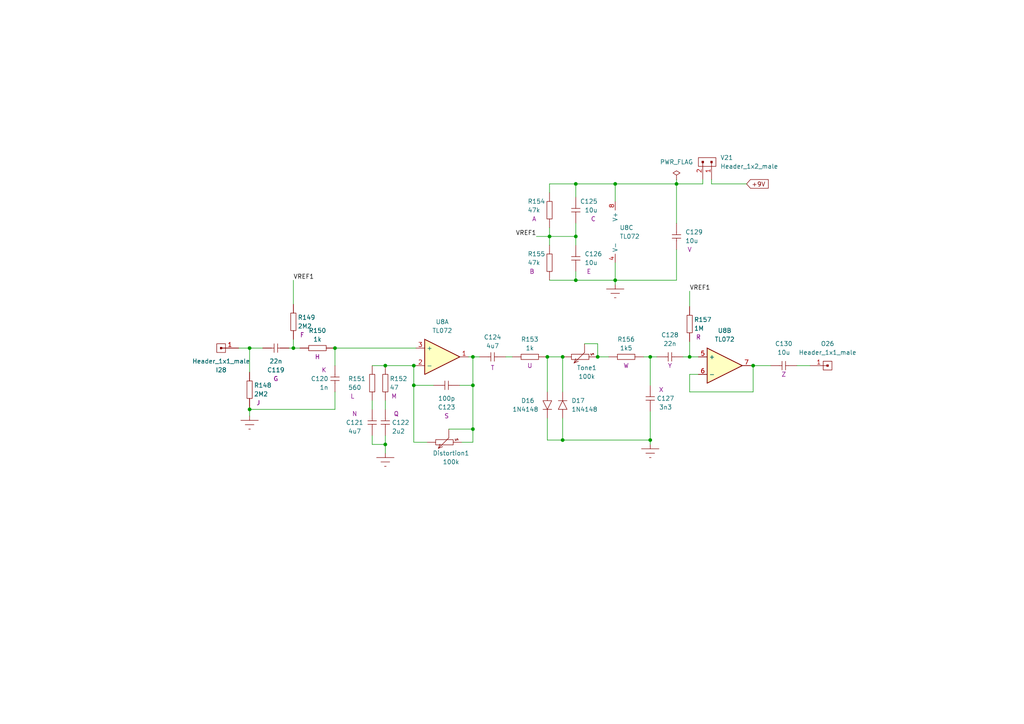
<source format=kicad_sch>
(kicad_sch (version 20211123) (generator eeschema)
  (paper "A4")
  (title_block (title "Rat") (date "2024-04-26") (rev "1") (company "https://github.com/dvhx/ultimate-soldering-exercise"))
  (lib_symbols
    (symbol "dvhx-kicad-library:C" (pin_numbers hide) (pin_names hide)
      (property "Reference" "C" (at 2.286 1.016 0))
      (property "Value" "C" (at 2.286 -1.27 0))
      (symbol "C_0_1"
        (polyline (pts (xy 0 -0.508) (xy 0 -1.27)))
        (polyline (pts (xy 0 1.27) (xy 0 0.508)))
        (polyline (pts (xy 1.27 -0.508) (xy -1.27 -0.508)))
        (polyline (pts (xy 1.27 0.508) (xy -1.27 0.508)))
      )
      (symbol "C_1_1"
        (pin passive line (at 0 3.81 270) (length 2.54) (name "1") (number "1"))
        (pin passive line (at 0 -3.81 90) (length 2.54) (name "2") (number "2"))
      )
    )
    (symbol "dvhx-kicad-library:Diode" (pin_numbers hide) (pin_names hide)
      (property "Reference" "D" (at 0 2.54 0))
      (property "Value" "Diode" (at 0 5.08 0))
      (symbol "Diode_0_1"
        (polyline (pts (xy 1.27 1.27) (xy 1.27 -1.27)))
        (polyline (pts (xy 1.27 0) (xy -1.27 1.27) (xy -1.27 -1.27) (xy 1.27 0)))
      )
      (symbol "Diode_1_1"
        (pin passive line (at -3.81 0 0) (length 2.54) (name "A") (number "A"))
        (pin passive line (at 3.81 0 180) (length 2.54) (name "K") (number "K"))
      )
    )
    (symbol "dvhx-kicad-library:GND" (power) (pin_numbers hide) (pin_names hide)
      (symbol "GND_0_1"
        (polyline (pts (xy -2.54 -1.27) (xy 2.54 -1.27)))
        (polyline (pts (xy -1.27 -2.54) (xy 1.27 -2.54)))
        (polyline (pts (xy -0.254 -3.81) (xy 0.254 -3.81)))
      )
      (symbol "GND_1_1"
        (pin power_in line (at 0 0 270) (length 1.27) (name "GND") (number "GND"))
      )
    )
    (symbol "dvhx-kicad-library:Header_1x1_male" (pin_names hide)
      (property "Reference" "J" (at -0.254 2.286 0))
      (property "Value" "Header_1x1_male" (at 0 4.191 0))
      (symbol "Header_1x1_male_0_1"
        (rectangle (start -1.27 1.27) (end 1.27 -1.27))
        (rectangle (start -0.254 0.254) (end 0.254 -0.254) (fill (type outline)))
      )
      (symbol "Header_1x1_male_1_1"
        (pin passive line (at -5.08 0 0) (length 5.08) (name "1") (number "1"))
      )
    )
    (symbol "dvhx-kicad-library:Header_1x2_male" (pin_names hide)
      (property "Reference" "J" (at -0.254 2.286 0))
      (property "Value" "Header_1x2_male" (at 0 4.191 0))
      (symbol "Header_1x2_male_0_1"
        (rectangle (start -1.27 1.27) (end 1.27 -3.81))
        (rectangle (start -0.254 -2.286) (end 0.254 -2.794) (fill (type outline)))
        (rectangle (start -0.254 0.254) (end 0.254 -0.254) (fill (type outline)))
      )
      (symbol "Header_1x2_male_1_1"
        (pin passive line (at -5.08 0 0) (length 5.08) (name "1") (number "1"))
        (pin passive line (at -5.08 -2.54 0) (length 5.08) (name "2") (number "2"))
      )
    )
    (symbol "dvhx-kicad-library:Opamp_dual"
      (property "Reference" "U" (at 3.048 8.89 0))
      (property "Value" "Opamp_dual" (at 8.128 10.922 0))
      (symbol "Opamp_dual_1_1"
        (polyline (pts (xy -3.81 5.08) (xy 6.35 0) (xy -3.81 -5.08) (xy -3.81 5.08)) (stroke (width 0.254)) (fill (type background)))
        (pin output line (at 8.89 0 180) (length 2.54) (name "~") (number "1"))
        (pin input line (at -6.35 -2.54 0) (length 2.54) (name "-") (number "2"))
        (pin input line (at -6.35 2.54 0) (length 2.54) (name "+") (number "3"))
      )
      (symbol "Opamp_dual_2_1"
        (polyline (pts (xy -3.81 5.08) (xy 6.35 0) (xy -3.81 -5.08) (xy -3.81 5.08)) (stroke (width 0.254)) (fill (type background)))
        (pin input line (at -6.35 2.54 0) (length 2.54) (name "+") (number "5"))
        (pin input line (at -6.35 -2.54 0) (length 2.54) (name "-") (number "6"))
        (pin output line (at 8.89 0 180) (length 2.54) (name "~") (number "7"))
      )
      (symbol "Opamp_dual_3_1"
        (pin power_in line (at 0 -7.62 90) (length 2.54) (name "V-") (number "4"))
        (pin power_in line (at 0 10.16 270) (length 2.54) (name "V+") (number "8"))
      )
    )
    (symbol "dvhx-kicad-library:Potentiometer" (pin_numbers hide) (pin_names hide)
      (property "Reference" "P" (at 2.032 1.016 0))
      (property "Value" "Potentiometer" (at 2.032 -1.016 0))
      (symbol "Potentiometer_0_0"
        (text "S" (at -0.762 -3.556 0) (effects (font (size 0.8 0.8))))
      )
      (symbol "Potentiometer_0_1"
        (polyline (pts (xy 1.778 1.778) (xy 0.508 1.27)))
        (polyline (pts (xy -1.27 -1.27) (xy 1.778 1.778) (xy 1.27 0.508)))
        (polyline (pts (xy -0.762 2.54) (xy 0.762 2.54) (xy 0.762 -2.54) (xy -0.762 -2.54) (xy -0.762 2.54)))
      )
      (symbol "Potentiometer_1_1"
        (pin passive line (at 0 5.08 270) (length 2.54) (name "E") (number "E"))
        (pin passive line (at 0 -5.08 90) (length 2.54) (name "S") (number "S"))
        (pin passive line (at -3.81 -1.27 0) (length 2.54) (name "W") (number "W"))
      )
    )
    (symbol "dvhx-kicad-library:R" (pin_numbers hide) (pin_names hide)
      (property "Reference" "R" (at 2.032 1.016 0))
      (property "Value" "R" (at 2.032 -1.016 0))
      (symbol "R_0_1"
        (polyline (pts (xy -0.762 2.54) (xy 0.762 2.54) (xy 0.762 -2.54) (xy -0.762 -2.54) (xy -0.762 2.54)))
      )
      (symbol "R_1_1"
        (pin passive line (at 0 5.08 270) (length 2.54) (name "1") (number "1"))
        (pin passive line (at 0 -5.08 90) (length 2.54) (name "2") (number "2"))
      )
    )
    (symbol "power:PWR_FLAG" (power) (pin_numbers hide) (pin_names (offset 0) hide)
      (property "Value" "PWR_FLAG" (at 0 3.81 0))
      (symbol "PWR_FLAG_0_0"
        (pin power_out line (at 0 0 90) (length 0) (name "pwr") (number "1"))
      )
      (symbol "PWR_FLAG_0_1"
        (polyline (pts (xy 0 0) (xy 0 1.27) (xy -1.016 1.905) (xy 0 2.54) (xy 1.016 1.905) (xy 0 1.27)))
      )
    )
  )
  (junction (at 200.025 103.505))
  (junction (at 167.005 53.34))
  (junction (at 97.155 100.965))
  (junction (at 178.435 53.34))
  (junction (at 163.195 127.635))
  (junction (at 163.195 103.505))
  (junction (at 218.44 106.045))
  (junction (at 167.005 81.28))
  (junction (at 188.595 127.635))
  (junction (at 120.015 106.045))
  (junction (at 120.015 111.76))
  (junction (at 158.75 103.505))
  (junction (at 72.39 118.745))
  (junction (at 196.215 53.34))
  (junction (at 159.385 68.58))
  (junction (at 137.16 111.76))
  (junction (at 173.355 103.505))
  (junction (at 111.76 128.905))
  (junction (at 178.435 81.28))
  (junction (at 167.005 68.58))
  (junction (at 85.09 100.965))
  (junction (at 137.16 124.46))
  (junction (at 111.76 106.045))
  (junction (at 137.16 103.505))
  (junction (at 72.39 100.965))
  (junction (at 188.595 103.505))
  (wire (pts (xy 107.95 116.205) (xy 107.95 118.745)))
  (wire (pts (xy 159.385 68.58) (xy 167.005 68.58)))
  (wire (pts (xy 123.825 128.27) (xy 120.015 128.27)))
  (wire (pts (xy 133.985 128.27) (xy 137.16 128.27)))
  (wire (pts (xy 188.595 103.505) (xy 190.5 103.505)))
  (wire (pts (xy 163.195 121.285) (xy 163.195 127.635)))
  (wire (pts (xy 85.09 100.965) (xy 86.995 100.965)))
  (wire (pts (xy 158.75 121.285) (xy 158.75 127.635)))
  (wire (pts (xy 107.95 126.365) (xy 107.95 128.905)))
  (wire (pts (xy 167.005 81.28) (xy 178.435 81.28)))
  (wire (pts (xy 120.015 111.76) (xy 120.015 106.045)))
  (wire (pts (xy 137.16 124.46) (xy 137.16 128.27)))
  (wire (pts (xy 111.76 106.045) (xy 120.015 106.045)))
  (wire (pts (xy 72.39 107.95) (xy 72.39 100.965)))
  (wire (pts (xy 231.14 106.045) (xy 234.95 106.045)))
  (wire (pts (xy 200.025 113.665) (xy 218.44 113.665)))
  (wire (pts (xy 200.025 84.455) (xy 200.025 88.9)))
  (wire (pts (xy 97.155 113.665) (xy 97.155 118.745)))
  (wire (pts (xy 97.155 100.965) (xy 120.65 100.965)))
  (wire (pts (xy 159.385 53.34) (xy 167.005 53.34)))
  (wire (pts (xy 196.215 53.34) (xy 203.835 53.34)))
  (wire (pts (xy 158.75 103.505) (xy 163.195 103.505)))
  (wire (pts (xy 200.025 103.505) (xy 202.565 103.505)))
  (wire (pts (xy 159.385 55.88) (xy 159.385 53.34)))
  (wire (pts (xy 155.575 68.58) (xy 159.385 68.58)))
  (wire (pts (xy 111.76 116.205) (xy 111.76 118.745)))
  (wire (pts (xy 218.44 113.665) (xy 218.44 106.045)))
  (wire (pts (xy 178.435 76.2) (xy 178.435 81.28)))
  (wire (pts (xy 178.435 53.34) (xy 196.215 53.34)))
  (wire (pts (xy 178.435 53.34) (xy 178.435 58.42)))
  (wire (pts (xy 72.39 118.745) (xy 97.155 118.745)))
  (wire (pts (xy 196.215 72.39) (xy 196.215 81.28)))
  (wire (pts (xy 203.835 52.07) (xy 203.835 53.34)))
  (wire (pts (xy 137.16 111.76) (xy 137.16 124.46)))
  (wire (pts (xy 218.44 106.045) (xy 217.805 106.045)))
  (wire (pts (xy 158.75 103.505) (xy 158.75 113.665)))
  (wire (pts (xy 173.355 103.505) (xy 176.53 103.505)))
  (wire (pts (xy 218.44 106.045) (xy 223.52 106.045)))
  (wire (pts (xy 72.39 100.965) (xy 76.2 100.965)))
  (wire (pts (xy 167.005 71.12) (xy 167.005 68.58)))
  (wire (pts (xy 133.35 111.76) (xy 137.16 111.76)))
  (wire (pts (xy 137.16 111.76) (xy 137.16 103.505)))
  (wire (pts (xy 178.435 81.28) (xy 196.215 81.28)))
  (wire (pts (xy 120.015 111.76) (xy 125.73 111.76)))
  (wire (pts (xy 158.75 127.635) (xy 163.195 127.635)))
  (wire (pts (xy 196.215 52.07) (xy 196.215 53.34)))
  (wire (pts (xy 111.76 126.365) (xy 111.76 128.905)))
  (wire (pts (xy 72.39 118.745) (xy 72.39 120.65)))
  (wire (pts (xy 206.375 52.07) (xy 206.375 53.34)))
  (wire (pts (xy 120.015 106.045) (xy 120.65 106.045)))
  (wire (pts (xy 159.385 81.28) (xy 167.005 81.28)))
  (wire (pts (xy 135.89 103.505) (xy 137.16 103.505)))
  (wire (pts (xy 188.595 103.505) (xy 188.595 111.76)))
  (wire (pts (xy 188.595 119.38) (xy 188.595 127.635)))
  (wire (pts (xy 173.355 99.695) (xy 173.355 103.505)))
  (wire (pts (xy 107.95 106.045) (xy 111.76 106.045)))
  (wire (pts (xy 97.155 100.965) (xy 97.155 106.045)))
  (wire (pts (xy 69.215 100.965) (xy 72.39 100.965)))
  (wire (pts (xy 120.015 111.76) (xy 120.015 128.27)))
  (wire (pts (xy 196.215 53.34) (xy 196.215 64.77)))
  (wire (pts (xy 85.09 81.28) (xy 85.09 88.265)))
  (wire (pts (xy 169.545 99.695) (xy 173.355 99.695)))
  (wire (pts (xy 167.005 78.74) (xy 167.005 81.28)))
  (wire (pts (xy 137.16 103.505) (xy 139.065 103.505)))
  (wire (pts (xy 146.685 103.505) (xy 148.59 103.505)))
  (wire (pts (xy 159.385 66.04) (xy 159.385 68.58)))
  (wire (pts (xy 163.195 127.635) (xy 188.595 127.635)))
  (wire (pts (xy 202.565 108.585) (xy 200.025 108.585)))
  (wire (pts (xy 198.12 103.505) (xy 200.025 103.505)))
  (wire (pts (xy 200.025 108.585) (xy 200.025 113.665)))
  (wire (pts (xy 130.175 124.46) (xy 137.16 124.46)))
  (wire (pts (xy 167.005 64.77) (xy 167.005 68.58)))
  (wire (pts (xy 200.025 99.06) (xy 200.025 103.505)))
  (wire (pts (xy 186.69 103.505) (xy 188.595 103.505)))
  (wire (pts (xy 159.385 68.58) (xy 159.385 71.12)))
  (wire (pts (xy 206.375 53.34) (xy 216.535 53.34)))
  (wire (pts (xy 85.09 98.425) (xy 85.09 100.965)))
  (wire (pts (xy 163.195 103.505) (xy 163.195 113.665)))
  (wire (pts (xy 111.76 128.905) (xy 107.95 128.905)))
  (wire (pts (xy 188.595 127.635) (xy 188.595 128.905)))
  (wire (pts (xy 178.435 82.55) (xy 178.435 81.28)))
  (wire (pts (xy 111.76 128.905) (xy 111.76 131.445)))
  (wire (pts (xy 167.005 53.34) (xy 167.005 57.15)))
  (wire (pts (xy 72.39 118.11) (xy 72.39 118.745)))
  (wire (pts (xy 167.005 53.34) (xy 178.435 53.34)))
  (wire (pts (xy 83.82 100.965) (xy 85.09 100.965)))
  (label "VREF1" (at 85.09 81.28 0))
  (label "VREF1" (at 200.025 84.455 0))
  (label "VREF1" (at 155.575 68.58 180))
  (global_label "+9V" (shape input) (at 216.535 53.34 0) (property "Intersheet References" "${INTERSHEET_REFS}" (effects hide)))
  (symbol (lib_id "dvhx-kicad-library:R") (at 85.09 93.345 0) (unit 1)
    (property "Reference" "R149" (at 86.36 92.075 0) (effects (justify left)))
    (property "Value" "2M2" (at 86.36 94.615 0) (effects (justify left)))
    (property "Footprint" "dvhx-kicad-library:Resistor_0805" (effects hide))
    (property "Field4" "F" (at 87.63 97.1551 0))
  )
  (symbol (lib_id "dvhx-kicad-library:C") (at 167.005 60.96 0) (mirror x) (unit 1)
    (property "Reference" "C125" (at 173.355 58.42 0) (effects (justify right)))
    (property "Value" "10u" (at 173.355 60.96 0) (effects (justify right)))
    (property "Footprint" "dvhx-kicad-library:Capacitor_0805" (effects hide))
    (property "Field4" "C" (at 172.085 63.5001 0))
  )
  (symbol (lib_id "dvhx-kicad-library:C") (at 167.005 74.93 180) (unit 1)
    (property "Reference" "C126" (at 169.545 73.6599 0) (effects (justify right)))
    (property "Value" "10u" (at 169.545 76.1999 0) (effects (justify right)))
    (property "Footprint" "dvhx-kicad-library:Capacitor_0805" (effects hide))
    (property "Field4" "E" (at 170.815 78.74 0))
  )
  (symbol (lib_id "dvhx-kicad-library:C") (at 107.95 122.555 0) (mirror x) (unit 1)
    (property "Reference" "C121" (at 102.87 122.555 0))
    (property "Value" "4u7" (at 102.87 125.095 0))
    (property "Footprint" "dvhx-kicad-library:Capacitor_0805" (effects hide))
    (property "Field4" "N" (at 102.87 120.015 0))
  )
  (symbol (lib_id "dvhx-kicad-library:Potentiometer") (at 168.275 103.505 90) (mirror x) (unit 1)
    (property "Reference" "Tone1" (at 170.18 106.68 90))
    (property "Value" "100k" (at 170.18 109.22 90))
    (property "Footprint" "dvhx-kicad-library:Resistor_trimmer_RM065" (effects hide))
  )
  (symbol (lib_id "dvhx-kicad-library:GND") (at 111.76 131.445 0) (unit 1)
    (property "Reference" "#GND043" (effects hide))
    (property "Value" "GND" (effects hide))
  )
  (symbol (lib_id "dvhx-kicad-library:C") (at 80.01 100.965 90) (mirror x) (unit 1)
    (property "Reference" "C119" (at 80.01 107.315 90))
    (property "Value" "22n" (at 80.01 104.775 90))
    (property "Footprint" "dvhx-kicad-library:Capacitor_0805" (effects hide))
    (property "Field4" "G" (at 80.01 109.855 90))
  )
  (symbol (lib_id "dvhx-kicad-library:GND") (at 72.39 120.65 0) (unit 1)
    (property "Reference" "#GND042" (effects hide))
    (property "Value" "GND" (effects hide))
  )
  (symbol (lib_id "dvhx-kicad-library:R") (at 72.39 113.03 0) (unit 1)
    (property "Reference" "R148" (at 73.66 111.76 0) (effects (justify left)))
    (property "Value" "2M2" (at 73.66 114.3 0) (effects (justify left)))
    (property "Footprint" "dvhx-kicad-library:Resistor_0805" (effects hide))
    (property "Field4" "J" (at 74.93 116.8401 0))
  )
  (symbol (lib_id "dvhx-kicad-library:R") (at 200.025 93.98 0) (unit 1)
    (property "Reference" "R157" (at 201.295 92.71 0) (effects (justify left)))
    (property "Value" "1M" (at 201.295 95.25 0) (effects (justify left)))
    (property "Footprint" "dvhx-kicad-library:Resistor_0805" (effects hide))
    (property "Field4" "R" (at 202.565 97.7901 0))
  )
  (symbol (lib_id "dvhx-kicad-library:C") (at 194.31 103.505 90) (unit 1)
    (property "Reference" "C128" (at 194.31 97.155 90))
    (property "Value" "22n" (at 194.31 99.695 90))
    (property "Footprint" "dvhx-kicad-library:Capacitor_0805" (effects hide))
    (property "Field4" "Y" (at 194.31 106.045 90))
  )
  (symbol (lib_id "dvhx-kicad-library:R") (at 159.385 60.96 0) (unit 1)
    (property "Reference" "R154" (at 153.035 58.42 0) (effects (justify left)))
    (property "Value" "47k" (at 153.035 60.96 0) (effects (justify left)))
    (property "Footprint" "dvhx-kicad-library:Resistor_0805" (effects hide))
    (property "Field4" "A" (at 154.94 63.5 0))
  )
  (symbol (lib_id "dvhx-kicad-library:Header_1x1_male") (at 64.135 100.965 180) (unit 1)
    (property "Reference" "I28" (at 64.135 107.315 0))
    (property "Value" "Header_1x1_male" (at 64.135 104.775 0))
    (property "Footprint" "dvhx-kicad-library:Header_1x1_male_upright" (effects hide))
  )
  (symbol (lib_id "dvhx-kicad-library:C") (at 142.875 103.505 90) (unit 1)
    (property "Reference" "C124" (at 142.875 97.79 90))
    (property "Value" "4u7" (at 142.875 100.33 90))
    (property "Footprint" "dvhx-kicad-library:Capacitor_0805" (effects hide))
    (property "Field4" "T" (at 142.875 106.68 90))
  )
  (symbol (lib_id "dvhx-kicad-library:GND") (at 178.435 82.55 0) (unit 1)
    (property "Reference" "#GND044" (effects hide))
    (property "Value" "GND" (effects hide))
  )
  (symbol (lib_id "dvhx-kicad-library:Potentiometer") (at 128.905 128.27 90) (mirror x) (unit 1)
    (property "Reference" "Distortion1" (at 130.81 131.445 90))
    (property "Value" "100k" (at 130.81 133.985 90))
    (property "Footprint" "dvhx-kicad-library:Resistor_trimmer_RM065" (effects hide))
  )
  (symbol (lib_id "dvhx-kicad-library:R") (at 159.385 76.2 0) (unit 1)
    (property "Reference" "R155" (at 153.035 73.66 0) (effects (justify left)))
    (property "Value" "47k" (at 153.035 76.2 0) (effects (justify left)))
    (property "Footprint" "dvhx-kicad-library:Resistor_0805" (effects hide))
    (property "Field4" "B" (at 154.305 78.7401 0))
  )
  (symbol (lib_id "dvhx-kicad-library:Header_1x2_male") (at 206.375 46.99 270) (mirror x) (unit 1)
    (property "Reference" "V21" (at 208.915 45.7199 90) (effects (justify left)))
    (property "Value" "Header_1x2_male" (at 208.915 48.2599 90) (effects (justify left)))
    (property "Footprint" "dvhx-kicad-library:Header_1x2_male_upright" (effects hide))
  )
  (symbol (lib_id "dvhx-kicad-library:Diode") (at 158.75 117.475 270) (unit 1)
    (property "Reference" "D16" (at 151.13 116.205 90) (effects (justify left)))
    (property "Value" "1N4148" (at 148.59 118.745 90) (effects (justify left)))
    (property "Footprint" "dvhx-kicad-library:Diode_SOD-123" (effects hide))
  )
  (symbol (lib_id "dvhx-kicad-library:Diode") (at 163.195 117.475 270) (mirror x) (unit 1)
    (property "Reference" "D17" (at 165.735 116.2049 90) (effects (justify left)))
    (property "Value" "1N4148" (at 165.735 118.7449 90) (effects (justify left)))
    (property "Footprint" "dvhx-kicad-library:Diode_SOD-123" (effects hide))
  )
  (symbol (lib_id "dvhx-kicad-library:C") (at 188.595 115.57 0) (mirror x) (unit 1)
    (property "Reference" "C127" (at 193.04 115.57 0))
    (property "Value" "3n3" (at 193.04 118.11 0))
    (property "Footprint" "dvhx-kicad-library:Capacitor_0805" (effects hide))
    (property "Field4" "X" (at 191.77 113.03 0))
  )
  (symbol (lib_id "dvhx-kicad-library:C") (at 111.76 122.555 0) (mirror x) (unit 1)
    (property "Reference" "C122" (at 116.205 122.555 0))
    (property "Value" "2u2" (at 115.57 125.095 0))
    (property "Footprint" "dvhx-kicad-library:Capacitor_0805" (effects hide))
    (property "Field4" "Q" (at 114.935 120.015 0))
  )
  (symbol (lib_id "dvhx-kicad-library:R") (at 181.61 103.505 90) (unit 1)
    (property "Reference" "R156" (at 181.61 98.425 90))
    (property "Value" "1k5" (at 181.61 100.965 90))
    (property "Footprint" "dvhx-kicad-library:Resistor_0805" (effects hide))
    (property "Field4" "W" (at 181.61 106.045 90))
  )
  (symbol (lib_id "dvhx-kicad-library:R") (at 92.075 100.965 90) (unit 1)
    (property "Reference" "R150" (at 92.075 95.885 90))
    (property "Value" "1k" (at 92.075 98.425 90))
    (property "Footprint" "dvhx-kicad-library:Resistor_0805" (effects hide))
    (property "Field4" "H" (at 92.075 103.505 90))
  )
  (symbol (lib_id "dvhx-kicad-library:C") (at 227.33 106.045 90) (unit 1)
    (property "Reference" "C130" (at 227.33 99.695 90))
    (property "Value" "10u" (at 227.33 102.235 90))
    (property "Footprint" "dvhx-kicad-library:Capacitor_0805" (effects hide))
    (property "Field4" "Z" (at 227.33 108.585 90))
  )
  (symbol (lib_id "dvhx-kicad-library:Opamp_dual") (at 208.915 106.045 0) (unit 2)
    (property "Reference" "U8" (at 210.185 95.885 0))
    (property "Value" "TL072" (at 210.185 98.425 0))
    (property "Footprint" "dvhx-kicad-library:SOIC-8" (effects hide))
  )
  (symbol (lib_id "dvhx-kicad-library:R") (at 107.95 111.125 0) (unit 1)
    (property "Reference" "R151" (at 100.965 109.855 0) (effects (justify left)))
    (property "Value" "560" (at 100.965 112.395 0) (effects (justify left)))
    (property "Footprint" "dvhx-kicad-library:Resistor_0805" (effects hide))
    (property "Field4" "L" (at 102.235 114.9351 0))
  )
  (symbol (lib_id "dvhx-kicad-library:C") (at 196.215 68.58 180) (unit 1)
    (property "Reference" "C129" (at 198.755 67.3099 0) (effects (justify right)))
    (property "Value" "10u" (at 198.755 69.8499 0) (effects (justify right)))
    (property "Footprint" "dvhx-kicad-library:Capacitor_0805" (effects hide))
    (property "Field4" "V" (at 200.025 72.39 0))
  )
  (symbol (lib_id "dvhx-kicad-library:C") (at 97.155 109.855 0) (mirror x) (unit 1)
    (property "Reference" "C120" (at 92.71 109.855 0))
    (property "Value" "1n" (at 93.98 112.395 0))
    (property "Footprint" "dvhx-kicad-library:Capacitor_0805" (effects hide))
    (property "Field4" "K" (at 93.98 107.315 0))
  )
  (symbol (lib_id "dvhx-kicad-library:Header_1x1_male") (at 240.03 106.045 0) (mirror x) (unit 1)
    (property "Reference" "O26" (at 240.03 99.695 0))
    (property "Value" "Header_1x1_male" (at 240.03 102.235 0))
    (property "Footprint" "dvhx-kicad-library:Header_1x1_male_upright" (effects hide))
  )
  (symbol (lib_id "dvhx-kicad-library:R") (at 153.67 103.505 90) (unit 1)
    (property "Reference" "R153" (at 153.67 98.425 90))
    (property "Value" "1k" (at 153.67 100.965 90))
    (property "Footprint" "dvhx-kicad-library:Resistor_0805" (effects hide))
    (property "Field4" "U" (at 153.67 106.045 90))
  )
  (symbol (lib_id "dvhx-kicad-library:C") (at 129.54 111.76 90) (mirror x) (unit 1)
    (property "Reference" "C123" (at 129.54 118.11 90))
    (property "Value" "100p" (at 129.54 115.57 90))
    (property "Footprint" "dvhx-kicad-library:Capacitor_0805" (effects hide))
    (property "Field4" "S" (at 129.54 120.65 90))
  )
  (symbol (lib_id "power:PWR_FLAG") (at 196.215 52.07 0) (unit 1)
    (property "Reference" "#FLG06" (effects hide))
    (property "Value" "PWR_FLAG" (at 196.215 46.99 0))
  )
  (symbol (lib_id "dvhx-kicad-library:Opamp_dual") (at 178.435 68.58 0) (unit 3)
    (property "Reference" "U8" (at 179.705 66.0399 0) (effects (justify left)))
    (property "Value" "TL072" (at 179.705 68.5799 0) (effects (justify left)))
    (property "Footprint" "dvhx-kicad-library:SOIC-8" (effects hide))
  )
  (symbol (lib_id "dvhx-kicad-library:R") (at 111.76 111.125 0) (unit 1)
    (property "Reference" "R152" (at 113.03 109.855 0) (effects (justify left)))
    (property "Value" "47" (at 113.03 112.395 0) (effects (justify left)))
    (property "Footprint" "dvhx-kicad-library:Resistor_0805" (effects hide))
    (property "Field4" "M" (at 114.3 114.9351 0))
  )
  (symbol (lib_id "dvhx-kicad-library:GND") (at 188.595 128.905 0) (unit 1)
    (property "Reference" "#GND045" (effects hide))
    (property "Value" "GND" (effects hide))
  )
  (symbol (lib_id "dvhx-kicad-library:Opamp_dual") (at 127 103.505 0) (unit 1)
    (property "Reference" "U8" (at 128.27 93.345 0))
    (property "Value" "TL072" (at 128.27 95.885 0))
    (property "Footprint" "dvhx-kicad-library:SOIC-8" (effects hide))
  )
)
</source>
